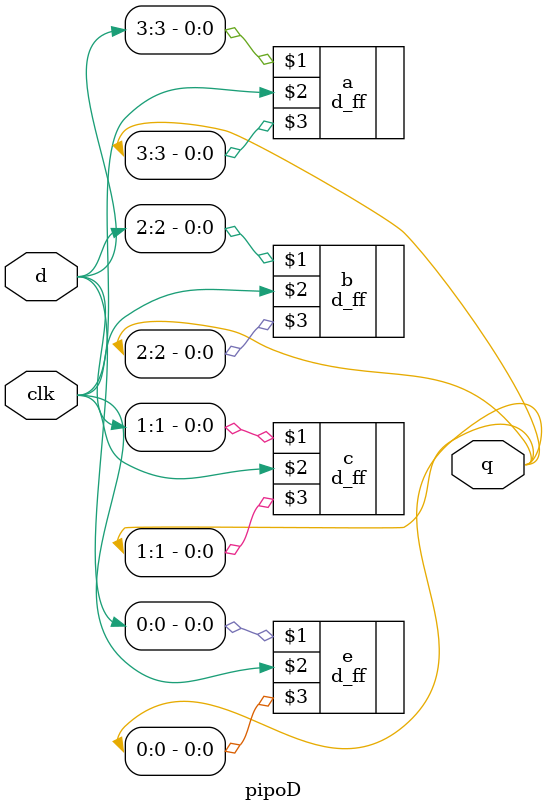
<source format=v>
`timescale 1ns / 1ps
module pipoD(d, clk, q);
    input [3:0]d;
input clk;
    output [3:0]q;
    d_ff a(d[3], clk, q[3]);
    d_ff b(d[2], clk, q[2]);
    d_ff c(d[1], clk, q[1]);
    d_ff e(d[0], clk, q[0]);
endmodule
</source>
